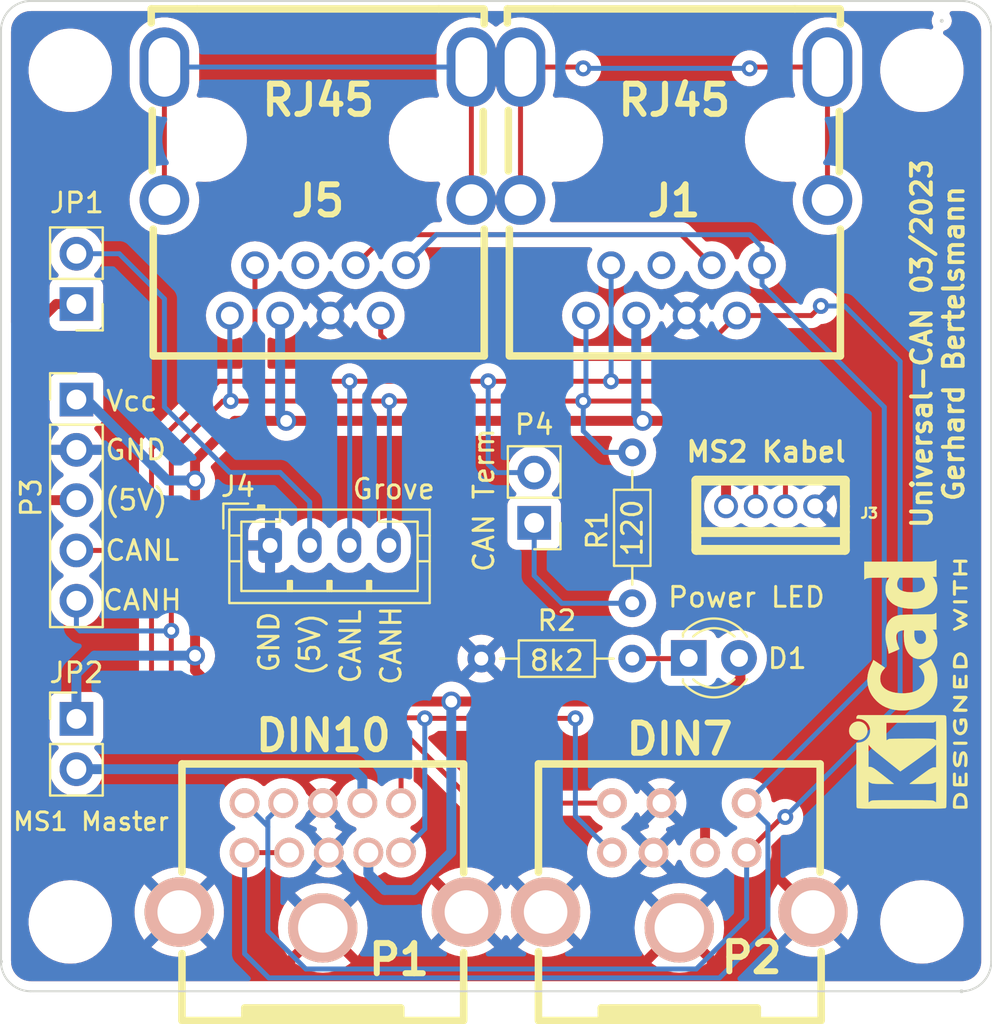
<source format=kicad_pcb>
(kicad_pcb (version 20211014) (generator pcbnew)
  (layers (0 "F.Cu" signal) (31 "B.Cu" signal) (34 "B.Paste" user) (35 "F.Paste" user) (36 "B.SilkS" user "B.Silkscreen") (37 "F.SilkS" user "F.Silkscreen") (38 "B.Mask" user) (39 "F.Mask" user) (44 "Edge.Cuts" user))
  (net 0 "")
  (net 1 "Net-(D1-Pad1)")
  (net 2 "/Vcc")
  (net 3 "/GS0")
  (net 4 "/GSB")
  (net 5 "Net-(J1-Pad3)")
  (net 6 "GND")
  (net 8 "/CANL")
  (net 9 "/CANH")
  (net 10 "Net-(J4-Pad2)")
  (net 12 "/5V")
  (net 13 "Net-(P4-Pad1)")
  (net 14 "Net-(J1-PadSH)")
  (net 15 "Net-(JP2-Pad2)")
  (footprint "Resistor_THT:R_Axial_DIN0204_L3.6mm_D1.6mm_P7.62mm_Horizontal" (layer "F.Cu") (at 142.875 97.79 -90)
    (fp_text reference "R1" (at 3.937 1.778 90) (layer "F.SilkS"))
    (fp_text value "120" (at 3.81 0 90) (layer "F.SilkS"))
    (pad "1" thru_hole circle (at 0 0 270) (size 1.4 1.4) (drill 0.7) (layers *.Cu *.Mask) (net 9 "/CANH"))
    (pad "2" thru_hole oval (at 7.62 0 270) (size 1.4 1.4) (drill 0.7) (layers *.Cu *.Mask) (net 13 "Net-(P4-Pad1)"))
  )
  (footprint "Maerklin:megbp8" (layer "F.Cu") (at 127.018 82 180)
    (fp_text reference "J5" (at 0.018 -3.09) (layer "F.SilkS") (effects (font (size 1.524 1.524) (thickness 0.3048))))
    (fp_text value "RJ45" (at 0 1.99) (layer "F.SilkS") (effects (font (size 1.524 1.524) (thickness 0.3048))))
    (pad "" np_thru_hole circle (at 5.733 -0.002 180) (size 3.25 3.25) (drill 3.25) (layers *.Cu))
    (pad "" np_thru_hole circle (at -5.697 -0.002 180) (size 3.25 3.25) (drill 3.25) (layers *.Cu))
    (pad "1" thru_hole circle (at -4.427 -6.342 180) (size 1.4 1.4) (drill 0.9) (layers *.Cu *.Mask) (net 3 "/GS0"))
    (pad "2" thru_hole circle (at -3.157 -8.882 180) (size 1.4 1.4) (drill 0.9) (layers *.Cu *.Mask) (net 4 "/GSB"))
    (pad "3" thru_hole circle (at -1.887 -6.342 180) (size 1.4 1.4) (drill 0.9) (layers *.Cu *.Mask) (net 5 "Net-(J1-Pad3)"))
    (pad "4" thru_hole circle (at -0.617 -8.882 180) (size 1.4 1.4) (drill 0.9) (layers *.Cu *.Mask) (net 6 "GND"))
    (pad "5" thru_hole circle (at 0.653 -6.342 180) (size 1.4 1.4) (drill 0.9) (layers *.Cu *.Mask))
    (pad "6" thru_hole circle (at 1.923 -8.882 180) (size 1.4 1.4) (drill 0.9) (layers *.Cu *.Mask) (net 2 "/Vcc"))
    (pad "7" thru_hole circle (at 3.193 -6.342 180) (size 1.4 1.4) (drill 0.9) (layers *.Cu *.Mask) (net 8 "/CANL"))
    (pad "8" thru_hole circle (at 4.463 -8.882 180) (size 1.4 1.4) (drill 0.9) (layers *.Cu *.Mask) (net 9 "/CANH"))
    (pad "SH" thru_hole circle (at -7.732 -3.052 180) (size 2.5 2.5) (drill 1.6) (layers *.Cu *.Mask) (net 14 "Net-(J1-PadSH)"))
    (pad "SH" thru_hole oval (at -7.732 3.6648 180) (size 2.5 4) (drill oval 1.6 3) (layers *.Cu *.Mask) (net 14 "Net-(J1-PadSH)"))
    (pad "SH" thru_hole circle (at 7.768 -3.052 180) (size 2.5 2.5) (drill 1.6) (layers *.Cu *.Mask) (net 14 "Net-(J1-PadSH)"))
    (pad "SH" thru_hole oval (at 7.768 3.6648 180) (size 2.5 4) (drill oval 1.6 3) (layers *.Cu *.Mask) (net 14 "Net-(J1-PadSH)"))
  )
  (footprint "Connector_PinHeader_2.54mm:PinHeader_1x02_P2.54mm_Vertical" (layer "F.Cu") (at 114.808 111.247)
    (fp_text reference "JP2" (at 0 -2.33) (layer "F.SilkS"))
    (fp_text value "MS1 Master" (at 0.7366 5.1866) (layer "F.SilkS") (effects (font (size 0.9 0.9))))
    (pad "1" thru_hole rect (at 0 0) (size 1.7 1.7) (drill 1) (layers *.Cu *.Mask) (net 2 "/Vcc"))
    (pad "2" thru_hole oval (at 0 2.54) (size 1.7 1.7) (drill 1) (layers *.Cu *.Mask) (net 15 "Net-(JP2-Pad2)"))
  )
  (footprint "MountingHole:MountingHole_3.2mm_M3" (layer "F.Cu") (at 114.5 78.5)
    (fp_text reference "REF**" hide)
    (fp_text value "MountingHole_3.2mm_M3" hide)
    (pad "" np_thru_hole circle (at 0 0) (size 3.2 3.2) (drill 3.2) (layers *.Cu *.Mask))
  )
  (footprint "Resistor_THT:R_Axial_DIN0204_L3.6mm_D1.6mm_P7.62mm_Horizontal" (layer "F.Cu") (at 135.255 108.204)
    (fp_text reference "R2" (at 3.81 -1.92) (layer "F.SilkS"))
    (fp_text value "8k2" (at 3.81 0.1) (layer "F.SilkS"))
    (pad "1" thru_hole circle (at 0 0) (size 1.4 1.4) (drill 0.7) (layers *.Cu *.Mask) (net 6 "GND"))
    (pad "2" thru_hole oval (at 7.62 0) (size 1.4 1.4) (drill 0.7) (layers *.Cu *.Mask) (net 1 "Net-(D1-Pad1)"))
  )
  (footprint "MountingHole:MountingHole_3.2mm_M3" (layer "F.Cu") (at 114.5 121.5)
    (fp_text reference "REF**" hide)
    (fp_text value "MountingHole_3.2mm_M3" hide)
    (pad "" np_thru_hole circle (at 0 0) (size 3.2 3.2) (drill 3.2) (layers *.Cu *.Mask))
  )
  (footprint "Connector_JST:JST_PH_B4B-PH-K_1x04_P2.00mm_Vertical" (layer "F.Cu") (at 124.587 102.489)
    (fp_text reference "J4" (at -1.6256 -2.9718) (layer "F.SilkS"))
    (fp_text value "Grove" (at 6.2484 -2.8448) (layer "F.SilkS"))
    (pad "1" thru_hole roundrect (at 0 0) (size 1.2 1.75) (drill 0.75) (layers *.Cu *.Mask) (roundrect_rratio 0.2083333333) (net 6 "GND"))
    (pad "2" thru_hole oval (at 2 0) (size 1.2 1.75) (drill 0.75) (layers *.Cu *.Mask) (net 10 "Net-(J4-Pad2)"))
    (pad "3" thru_hole oval (at 4 0) (size 1.2 1.75) (drill 0.75) (layers *.Cu *.Mask) (net 8 "/CANL"))
    (pad "4" thru_hole oval (at 6 0) (size 1.2 1.75) (drill 0.75) (layers *.Cu *.Mask) (net 9 "/CANH"))
  )
  (footprint "MountingHole:MountingHole_3.2mm_M3" (layer "F.Cu") (at 157.5 78.5)
    (fp_text reference "REF**" hide)
    (fp_text value "MountingHole_3.2mm_M3" hide)
    (pad "" np_thru_hole circle (at 0 0) (size 3.2 3.2) (drill 3.2) (layers *.Cu *.Mask))
  )
  (footprint "Symbol:KiCad-Logo2_5mm_SilkScreen" (layer "F.Cu") (at 156.8 109.5 90)
    (fp_text reference "REF**" hide)
    (fp_text value "KiCad-Logo2_5mm_SilkScreen" hide)
  )
  (footprint "LED_THT:LED_D3.0mm" (layer "F.Cu") (at 145.725 108.17)
    (fp_text reference "D1" (at 4.975 0.03) (layer "F.SilkS"))
    (fp_text value "Power LED" (at 2.9158 -3.0648) (layer "F.SilkS"))
    (pad "1" thru_hole rect (at 0 0) (size 1.8 1.8) (drill 0.9) (layers *.Cu *.Mask) (net 1 "Net-(D1-Pad1)"))
    (pad "2" thru_hole circle (at 2.54 0) (size 1.8 1.8) (drill 0.9) (layers *.Cu *.Mask) (net 2 "/Vcc"))
  )
  (footprint "MountingHole:MountingHole_3.2mm_M3" (layer "F.Cu") (at 157.5 121.5)
    (fp_text reference "REF**" hide)
    (fp_text value "MountingHole_3.2mm_M3" hide)
    (pad "" np_thru_hole circle (at 0 0) (size 3.2 3.2) (drill 3.2) (layers *.Cu *.Mask))
  )
  (footprint "Connector_PinHeader_2.54mm:PinHeader_1x02_P2.54mm_Vertical" (layer "F.Cu") (at 137.922 101.351 180)
    (fp_text reference "P4" (at 0 4.958) (layer "F.SilkS"))
    (fp_text value "CAN Term" (at 2.54 1.148 90) (layer "F.SilkS"))
    (pad "1" thru_hole rect (at 0 0 180) (size 1.7 1.7) (drill 1) (layers *.Cu *.Mask) (net 13 "Net-(P4-Pad1)"))
    (pad "2" thru_hole oval (at 0 2.54 180) (size 1.7 1.7) (drill 1) (layers *.Cu *.Mask) (net 8 "/CANL"))
  )
  (footprint "Connector_PinHeader_2.54mm:PinHeader_1x05_P2.54mm_Vertical" (layer "F.Cu") (at 114.808 95.123)
    (fp_text reference "P3" (at -2.286 4.953 90) (layer "F.SilkS"))
    (fp_text value "CONN_01X05" hide)
    (pad "1" thru_hole rect (at 0 0) (size 1.7 1.7) (drill 1) (layers *.Cu *.Mask) (net 2 "/Vcc"))
    (pad "2" thru_hole oval (at 0 2.54) (size 1.7 1.7) (drill 1) (layers *.Cu *.Mask) (net 6 "GND"))
    (pad "3" thru_hole oval (at 0 5.08) (size 1.7 1.7) (drill 1) (layers *.Cu *.Mask) (net 12 "/5V"))
    (pad "4" thru_hole oval (at 0 7.62) (size 1.7 1.7) (drill 1) (layers *.Cu *.Mask) (net 8 "/CANL"))
    (pad "5" thru_hole oval (at 0 10.16) (size 1.7 1.7) (drill 1) (layers *.Cu *.Mask) (net 9 "/CANH"))
  )
  (footprint "Maerklin:minidin-7" (layer "F.Cu") (at 145.25 120)
    (fp_text reference "P2" (at 3.65 3.3) (layer "F.SilkS") (effects (font (size 1.524 1.524) (thickness 0.3048))))
    (fp_text value "DIN7" (at 0.0126 -7.732) (layer "F.SilkS") (effects (font (size 1.524 1.524) (thickness 0.3048))))
    (pad "1" thru_hole circle (at 1.3 -2) (size 1.5 1.5) (drill 0.9) (layers *.Cu *.SilkS *.Mask) (net 2 "/Vcc"))
    (pad "2" thru_hole circle (at -1.3 -2) (size 1.5 1.5) (drill 0.9) (layers *.Cu *.SilkS *.Mask) (net 6 "GND"))
    (pad "3" thru_hole circle (at 3.4 -2) (size 1.5 1.5) (drill 0.9) (layers *.Cu *.SilkS *.Mask) (net 4 "/GSB"))
    (pad "4" thru_hole circle (at -3.4 -2) (size 1.5 1.5) (drill 0.9) (layers *.Cu *.SilkS *.Mask) (net 9 "/CANH"))
    (pad "5" thru_hole circle (at 3.4 -4.5) (size 1.5 1.5) (drill 0.9) (layers *.Cu *.SilkS *.Mask) (net 3 "/GS0"))
    (pad "6" thru_hole circle (at -0.9 -4.5) (size 1.5 1.5) (drill 0.9) (layers *.Cu *.SilkS *.Mask) (net 6 "GND"))
    (pad "7" thru_hole circle (at -3.4 -4.5) (size 1.5 1.5) (drill 0.9) (layers *.Cu *.SilkS *.Mask) (net 8 "/CANL"))
    (pad "8" thru_hole circle (at -6.75 1) (size 3.5 3.5) (drill 2.2) (layers *.Cu *.SilkS *.Mask) (net 6 "GND"))
    (pad "9" thru_hole circle (at 0 1.8) (size 3.5 3.5) (drill 2.5) (layers *.Cu *.SilkS *.Mask) (net 6 "GND"))
    (pad "10" thru_hole circle (at 6.75 1) (size 3.5 3.5) (drill 2.2) (layers *.Cu *.SilkS *.Mask) (net 6 "GND"))
  )
  (footprint "Maerklin:minidin-10" (layer "F.Cu") (at 127.25 120)
    (fp_text reference "P1" (at 3.85 3.4) (layer "F.SilkS") (effects (font (size 1.524 1.524) (thickness 0.3048))))
    (fp_text value "DIN10" (at 0.0294 -7.9098) (layer "F.SilkS") (effects (font (size 1.524 1.524) (thickness 0.3048))))
    (pad "1" thru_hole circle (at 2.3 -2) (size 1.5 1.5) (drill 1) (layers *.Cu *.SilkS *.Mask) (net 2 "/Vcc"))
    (pad "2" thru_hole circle (at 0.3 -2) (size 1.5 1.5) (drill 1) (layers *.Cu *.SilkS *.Mask) (net 6 "GND"))
    (pad "3" thru_hole circle (at -1.7 -2) (size 1.5 1.5) (drill 1) (layers *.Cu *.SilkS *.Mask) (net 3 "/GS0"))
    (pad "4" thru_hole circle (at 3.95 -2) (size 1.5 1.5) (drill 1) (layers *.Cu *.SilkS *.Mask) (net 9 "/CANH"))
    (pad "5" thru_hole circle (at 2 -4.5) (size 1.5 1.5) (drill 1) (layers *.Cu *.SilkS *.Mask) (net 15 "Net-(JP2-Pad2)"))
    (pad "6" thru_hole circle (at 0 -4.5) (size 1.5 1.5) (drill 1) (layers *.Cu *.SilkS *.Mask) (net 6 "GND"))
    (pad "7" thru_hole circle (at -3.95 -2) (size 1.5 1.5) (drill 1) (layers *.Cu *.SilkS *.Mask) (net 3 "/GS0"))
    (pad "8" thru_hole circle (at 3.95 -4.5) (size 1.5 1.5) (drill 1) (layers *.Cu *.SilkS *.Mask) (net 8 "/CANL"))
    (pad "9" thru_hole circle (at -2 -4.5) (size 1.5 1.5) (drill 1) (layers *.Cu *.SilkS *.Mask) (net 4 "/GSB"))
    (pad "10" thru_hole circle (at -3.95 -4.5) (size 1.5 1.5) (drill 1) (layers *.Cu *.SilkS *.Mask) (net 4 "/GSB"))
    (pad "11" thru_hole circle (at -7.25 1) (size 3.5 3.5) (drill 2.2) (layers *.Cu *.SilkS *.Mask) (net 6 "GND"))
    (pad "12" thru_hole circle (at 0 1.8) (size 3.5 3.5) (drill 2.5) (layers *.Cu *.SilkS *.Mask) (net 6 "GND"))
    (pad "13" thru_hole circle (at 7.25 1) (size 3.5 3.5) (drill 2.2) (layers *.Cu *.SilkS *.Mask) (net 6 "GND"))
  )
  (footprint "Maerklin:megbp8" (layer "F.Cu") (at 145 82 180)
    (fp_text reference "J1" (at 0.018 -3.09) (layer "F.SilkS") (effects (font (size 1.524 1.524) (thickness 0.3048))))
    (fp_text value "RJ45" (at 0 1.99) (layer "F.SilkS") (effects (font (size 1.524 1.524) (thickness 0.3048))))
    (pad "" np_thru_hole circle (at -5.697 -0.002 180) (size 3.25 3.25) (drill 3.25) (layers *.Cu))
    (pad "" np_thru_hole circle (at 5.733 -0.002 180) (size 3.25 3.25) (drill 3.25) (layers *.Cu))
    (pad "1" thru_hole circle (at -4.427 -6.342 180) (size 1.4 1.4) (drill 0.9) (layers *.Cu *.Mask) (net 3 "/GS0"))
    (pad "2" thru_hole circle (at -3.157 -8.882 180) (size 1.4 1.4) (drill 0.9) (layers *.Cu *.Mask) (net 4 "/GSB"))
    (pad "3" thru_hole circle (at -1.887 -6.342 180) (size 1.4 1.4) (drill 0.9) (layers *.Cu *.Mask) (net 5 "Net-(J1-Pad3)"))
    (pad "4" thru_hole circle (at -0.617 -8.882 180) (size 1.4 1.4) (drill 0.9) (layers *.Cu *.Mask) (net 6 "GND"))
    (pad "5" thru_hole circle (at 0.653 -6.342 180) (size 1.4 1.4) (drill 0.9) (layers *.Cu *.Mask))
    (pad "6" thru_hole circle (at 1.923 -8.882 180) (size 1.4 1.4) (drill 0.9) (layers *.Cu *.Mask) (net 2 "/Vcc"))
    (pad "7" thru_hole circle (at 3.193 -6.342 180) (size 1.4 1.4) (drill 0.9) (layers *.Cu *.Mask) (net 8 "/CANL"))
    (pad "8" thru_hole circle (at 4.463 -8.882 180) (size 1.4 1.4) (drill 0.9) (layers *.Cu *.Mask) (net 9 "/CANH"))
    (pad "SH" thru_hole oval (at -7.732 3.6648 180) (size 2.5 4) (drill oval 1.6 3) (layers *.Cu *.Mask) (net 14 "Net-(J1-PadSH)"))
    (pad "SH" thru_hole oval (at 7.768 3.6648 180) (size 2.5 4) (drill oval 1.6 3) (layers *.Cu *.Mask) (net 14 "Net-(J1-PadSH)"))
    (pad "SH" thru_hole circle (at 7.768 -3.052 180) (size 2.5 2.5) (drill 1.6) (layers *.Cu *.Mask) (net 14 "Net-(J1-PadSH)"))
    (pad "SH" thru_hole circle (at -7.732 -3.052 180) (size 2.5 2.5) (drill 1.6) (layers *.Cu *.Mask) (net 14 "Net-(J1-PadSH)"))
  )
  (footprint "Maerklin:B4B-ZR_LF_SN" (layer "F.Cu") (at 149.86 100.515)
    (fp_text reference "J3" (at 4.9784 0.3484) (layer "F.SilkS") (effects (font (size 0.5 0.5) (thickness 0.125))))
    (fp_text value "MS2 Kabel" (at -0.2286 -2.7504) (layer "F.SilkS") (effects (font (thickness 0.2))))
    (pad "1" thru_hole circle locked (at -2.25 0) (size 1.2 1.2) (drill 0.8) (layers *.Cu *.Mask) (net 2 "/Vcc"))
    (pad "2" thru_hole circle locked (at -0.75 0) (size 1.2 1.2) (drill 0.8) (layers *.Cu *.Mask) (net 9 "/CANH"))
    (pad "3" thru_hole circle locked (at 0.75 0) (size 1.2 1.2) (drill 0.8) (layers *.Cu *.Mask) (net 8 "/CANL"))
    (pad "4" thru_hole circle locked (at 2.25 0) (size 1.2 1.2) (drill 0.8) (layers *.Cu *.Mask) (net 6 "GND"))
  )
  (footprint "Connector_PinHeader_2.54mm:PinHeader_1x02_P2.54mm_Vertical" (layer "F.Cu") (at 114.808 90.302 180)
    (fp_text reference "JP1" (at -0.0254 5.1104) (layer "F.SilkS"))
    (fp_text value "5V")
    (pad "1" thru_hole rect (at 0 0 180) (size 1.7 1.7) (drill 1) (layers *.Cu *.Mask) (net 12 "/5V"))
    (pad "2" thru_hole oval (at 0 2.54 180) (size 1.7 1.7) (drill 1) (layers *.Cu *.Mask) (net 10 "Net-(J4-Pad2)"))
  )
  (gr_arc (start 159.5 125) (mid 159.5 125) (end 159.5 125) (layer "Edge.Cuts") (width 0.1))
  (gr_circle (center 158.5 76) (end 158.5 76) (layer "Edge.Cuts") (width 0.1) (fill none))
  (gr_line (start 112.5 75) (end 159.5 75) (layer "Edge.Cuts") (width 0.1))
  (gr_arc (start 111 123.5) (mid 111 123.5) (end 111 123.5) (layer "Edge.Cuts") (width 0.1))
  (gr_line (start 111 123.5) (end 111 76.5) (layer "Edge.Cuts") (width 0.1))
  (gr_arc (start 112.5 125) (mid 111.43934 124.56066) (end 111 123.5) (layer "Edge.Cuts") (width 0.1))
  (gr_arc (start 111 76.5) (mid 111.43934 75.43934) (end 112.5 75) (layer "Edge.Cuts") (width 0.1))
  (gr_line (start 159.5 125) (end 112.5 125) (layer "Edge.Cuts") (width 0.1))
  (gr_line (start 161 76.5) (end 161 123.5) (layer "Edge.Cuts") (width 0.1))
  (gr_arc (start 159.5 75) (mid 160.56066 75.43934) (end 161 76.5) (layer "Edge.Cuts") (width 0.1))
  (gr_arc (start 161 123.5) (mid 160.56066 124.56066) (end 159.5 125) (layer "Edge.Cuts") (width 0.1))
  (gr_text "GND" (at 124.5362 107.3658 90) (layer "F.SilkS") (effects (font (size 1 1))))
  (gr_text "CANH\n" (at 118.1354 105.2576) (layer "F.SilkS") (effects (font (size 1 1))))
  (gr_text "CANL" (at 128.651 107.5944 90) (layer "F.SilkS") (effects (font (size 1 1))))
  (gr_text "Vcc" (at 117.602 95.1992) (layer "F.SilkS") (effects (font (size 1 1))))
  (gr_text "CANL" (at 118.1354 102.743) (layer "F.SilkS") (effects (font (size 1 1))))
  (gr_text "(5V)" (at 126.5936 107.4928 90) (layer "F.SilkS") (effects (font (size 1 1))))
  (gr_text "CANH" (at 130.7 107.5436 90) (layer "F.SilkS") (effects (font (size 1 1))))
  (gr_text "GND" (at 117.8052 97.663) (layer "F.SilkS") (effects (font (size 1 1))))
  (gr_text "Universal-CAN 03/2023\nGerhard Bertelsmann" (at 158.3 92.3 90) (layer "F.SilkS") (effects (font (size 1 1) (thickness 0.2))))
  (gr_text "(5V)" (at 117.8306 100.203) (layer "F.SilkS") (effects (font (size 1 1))))
  (segment (start 142.875 108.204) (end 145.691 108.204) (width 0.25) (layer "F.Cu") (net 1))
  (segment (start 145.691 108.204) (end 145.725 108.17) (width 0.25) (layer "F.Cu") (net 1))
  (segment (start 122.8 96.2) (end 120.8 98.2) (width 0.5) (layer "F.Cu") (net 2))
  (segment (start 120.8 102.4) (end 120.8 108.8) (width 0.5) (layer "F.Cu") (net 2))
  (segment (start 125.4 96.2) (end 122.8 96.2) (width 0.5) (layer "F.Cu") (net 2))
  (segment (start 146.17 110.37) (end 146.55 110.75) (width 0.5) (layer "F.Cu") (net 2))
  (segment (start 147.186 110.37) (end 148.336 109.22) (width 0.5) (layer "F.Cu") (net 2))
  (segment (start 146.17 110.37) (end 147.186 110.37) (width 0.5) (layer "F.Cu") (net 2))
  (segment (start 122.37 110.37) (end 129.23 110.37) (width 0.5) (layer "F.Cu") (net 2))
  (segment (start 146.6 96.2) (end 143.4 96.2) (width 0.5) (layer "F.Cu") (net 2))
  (segment (start 120.8 108.8) (end 122.37 110.37) (width 0.5) (layer "F.Cu") (net 2))
  (segment (start 146.55 110.75) (end 146.55 118) (width 0.5) (layer "F.Cu") (net 2))
  (segment (start 147.61 97.21) (end 146.6 96.2) (width 0.5) (layer "F.Cu") (net 2))
  (segment (start 143.4 96.2) (end 125.4 96.2) (width 0.5) (layer "F.Cu") (net 2))
  (segment (start 148.336 108.241) (end 148.265 108.17) (width 0.5) (layer "F.Cu") (net 2))
  (segment (start 147.61 97.21) (end 147.61 100.515) (width 0.5) (layer "F.Cu") (net 2))
  (segment (start 144.13 110.37) (end 146.17 110.37) (width 0.5) (layer "F.Cu") (net 2))
  (segment (start 148.336 109.22) (end 148.336 108.241) (width 0.5) (layer "F.Cu") (net 2))
  (segment (start 120.8 98.2) (end 120.8 102.4) (width 0.5) (layer "F.Cu") (net 2))
  (segment (start 129.23 110.37) (end 133.738 110.37) (width 0.5) (layer "F.Cu") (net 2))
  (segment (start 133.738 110.37) (end 144.13 110.37) (width 0.5) (layer "F.Cu") (net 2))
  (via (at 125.4 96.2) (size 1) (drill 0.6) (layers "F.Cu" "B.Cu") (net 2))
  (via (at 143.4 96.2) (size 1) (drill 0.6) (layers "F.Cu" "B.Cu") (net 2))
  (via (at 120.8 108.054) (size 1) (drill 0.6) (layers "F.Cu" "B.Cu") (net 2))
  (via (at 133.738 110.37) (size 1) (drill 0.6) (layers "F.Cu" "B.Cu") (net 2))
  (via (at 120.8 99.21) (size 1) (drill 0.6) (layers "F.Cu" "B.Cu") (net 2))
  (segment (start 115.72 108.054) (end 120.8 108.054) (width 0.5) (layer "B.Cu") (net 2))
  (segment (start 114.808 95.123) (end 115.316 95.123) (width 0.5) (layer "B.Cu") (net 2))
  (segment (start 125.095 90.882) (end 125.095 95.895) (width 0.5) (layer "B.Cu") (net 2))
  (segment (start 131.826 119.888) (end 133.738 117.976) (width 0.5) (layer "B.Cu") (net 2))
  (segment (start 114.808 108.966) (end 115.72 108.054) (width 0.5) (layer "B.Cu") (net 2))
  (segment (start 133.738 117.976) (end 133.738 110.37) (width 0.5) (layer "B.Cu") (net 2))
  (segment (start 129.55 119.06066) (end 130.37734 119.888) (width 0.5) (layer "B.Cu") (net 2))
  (segment (start 119.403 99.21) (end 120.8 99.21) (width 0.5) (layer "B.Cu") (net 2))
  (segment (start 129.55 118) (end 129.55 119.06066) (width 0.5) (layer "B.Cu") (net 2))
  (segment (start 125.095 95.895) (end 125.4 96.2) (width 0.5) (layer "B.Cu") (net 2))
  (segment (start 143.077 95.877) (end 143.4 96.2) (width 0.5) (layer "B.Cu") (net 2))
  (segment (start 115.316 95.123) (end 119.403 99.21) (width 0.5) (layer "B.Cu") (net 2))
  (segment (start 114.808 111.247) (end 114.808 108.966) (width 0.5) (layer "B.Cu") (net 2))
  (segment (start 143.077 90.882) (end 143.077 95.877) (width 0.5) (layer "B.Cu") (net 2))
  (segment (start 130.37734 119.888) (end 131.826 119.888) (width 0.5) (layer "B.Cu") (net 2))
  (segment (start 123.3 118) (end 125.55 118) (width 0.25) (layer "F.Cu") (net 3))
  (segment (start 149.725 116.575) (end 149.725 121.875) (width 0.25) (layer "B.Cu") (net 3))
  (segment (start 148.65 115.5) (end 149.725 116.575) (width 0.25) (layer "B.Cu") (net 3))
  (segment (start 149.427 87.427) (end 149.427 88.342) (width 0.25) (layer "B.Cu") (net 3))
  (segment (start 148.8 86.8) (end 149.427 87.427) (width 0.25) (layer "B.Cu") (net 3))
  (segment (start 147.275499 124.324501) (end 124.524501 124.324501) (width 0.25) (layer "B.Cu") (net 3))
  (segment (start 155.6 108.55) (end 155.6 95.504949) (width 0.25) (layer "B.Cu") (net 3))
  (segment (start 123.3 123.1) (end 123.3 118) (width 0.25) (layer "B.Cu") (net 3))
  (segment (start 149.725 121.875) (end 147.275499 124.324501) (width 0.25) (layer "B.Cu") (net 3))
  (segment (start 149.427 89.331949) (end 149.427 88.342) (width 0.25) (layer "B.Cu") (net 3))
  (segment (start 148.65 115.5) (end 155.6 108.55) (width 0.25) (layer "B.Cu") (net 3))
  (segment (start 124.524501 124.324501) (end 123.3 123.1) (width 0.25) (layer "B.Cu") (net 3))
  (segment (start 155.6 95.504949) (end 149.427 89.331949) (width 0.25) (layer "B.Cu") (net 3))
  (segment (start 132.987 86.8) (end 148.8 86.8) (width 0.25) (layer "B.Cu") (net 3))
  (segment (start 131.445 88.342) (end 132.987 86.8) (width 0.25) (layer "B.Cu") (net 3))
  (segment (start 130.175 91.871949) (end 131.352552 93.049501) (width 0.25) (layer "F.Cu") (net 4))
  (segment (start 145.989499 93.049501) (end 148.157 90.882) (width 0.25) (layer "F.Cu") (net 4))
  (segment (start 150.45 116.2) (end 150.6 116.2) (width 0.25) (layer "F.Cu") (net 4))
  (segment (start 152.4 90.4) (end 151.918 90.882) (width 0.25) (layer "F.Cu") (net 4))
  (segment (start 148.65 118) (end 150.45 116.2) (width 0.25) (layer "F.Cu") (net 4))
  (segment (start 130.175 90.882) (end 130.175 91.871949) (width 0.25) (layer "F.Cu") (net 4))
  (segment (start 131.352552 93.049501) (end 145.989499 93.049501) (width 0.25) (layer "F.Cu") (net 4))
  (segment (start 151.918 90.882) (end 148.157 90.882) (width 0.25) (layer "F.Cu") (net 4))
  (via (at 150.6 116.2) (size 0.8) (drill 0.4) (layers "F.Cu" "B.Cu") (net 4))
  (via (at 152.4 90.4) (size 0.8) (drill 0.4) (layers "F.Cu" "B.Cu") (net 4))
  (segment (start 146.109494 123.875) (end 126.390506 123.875) (width 0.25) (layer "B.Cu") (net 4))
  (segment (start 156.4 93.2) (end 153.6 90.4) (width 0.25) (layer "B.Cu") (net 4))
  (segment (start 148.65 118) (end 148.65 121.334494) (width 0.25) (layer "B.Cu") (net 4))
  (segment (start 124.475 116.275) (end 125.25 115.5) (width 0.25) (layer "B.Cu") (net 4))
  (segment (start 126.390506 123.875) (end 124.475 121.959494) (width 0.25) (layer "B.Cu") (net 4))
  (segment (start 124.475 116.725) (end 124.475 116.275) (width 0.25) (layer "B.Cu") (net 4))
  (segment (start 124.475 121.959494) (end 124.475 116.725) (width 0.25) (layer "B.Cu") (net 4))
  (segment (start 124.475 116.675) (end 123.3 115.5) (width 0.25) (layer "B.Cu") (net 4))
  (segment (start 124.475 116.725) (end 124.475 116.675) (width 0.25) (layer "B.Cu") (net 4))
  (segment (start 156.4 110.4) (end 156.4 93.2) (width 0.25) (layer "B.Cu") (net 4))
  (segment (start 150.6 116.2) (end 156.4 110.4) (width 0.25) (layer "B.Cu") (net 4))
  (segment (start 148.65 121.334494) (end 146.109494 123.875) (width 0.25) (layer "B.Cu") (net 4))
  (segment (start 153.6 90.4) (end 152.4 90.4) (width 0.25) (layer "B.Cu") (net 4))
  (segment (start 128.905 88.342) (end 130.447 86.8) (width 0.25) (layer "F.Cu") (net 5))
  (segment (start 145.345 86.8) (end 146.887 88.342) (width 0.25) (layer "F.Cu") (net 5))
  (segment (start 130.447 86.8) (end 145.345 86.8) (width 0.25) (layer "F.Cu") (net 5))
  (segment (start 118.6 97.6) (end 118.6 102.725) (width 0.25) (layer "F.Cu") (net 8))
  (segment (start 114.808 102.743) (end 118.582 102.743) (width 0.25) (layer "F.Cu") (net 8))
  (segment (start 122 94.2) (end 118.6 97.6) (width 0.25) (layer "F.Cu") (net 8))
  (segment (start 150.2 94.2) (end 141.8 94.2) (width 0.25) (layer "F.Cu") (net 8))
  (segment (start 118.6 102.725) (end 118.6 110) (width 0.25) (layer "F.Cu") (net 8))
  (segment (start 128.6 94.2) (end 135.6 94.2) (width 0.25) (layer "F.Cu") (net 8))
  (segment (start 150.61 94.61) (end 150.2 94.2) (width 0.25) (layer "F.Cu") (net 8))
  (segment (start 150.61 94.61) (end 150.61 100.515) (width 0.25) (layer "F.Cu") (net 8))
  (segment (start 123.825 88.342) (end 123.825 94.175) (width 0.25) (layer "F.Cu") (net 8))
  (segment (start 123.825 94.175) (end 123.8 94.2) (width 0.25) (layer "F.Cu") (net 8))
  (segment (start 123.8 94.2) (end 122 94.2) (width 0.25) (layer "F.Cu") (net 8))
  (segment (start 131.2 115.5) (end 131.2 111.8) (width 0.25) (layer "F.Cu") (net 8))
  (segment (start 131.2 111.8) (end 134.9 115.5) (width 0.25) (layer "F.Cu") (net 8))
  (segment (start 123.8 94.2) (end 128.6 94.2) (width 0.25) (layer "F.Cu") (net 8))
  (segment (start 120.4 111.8) (end 131.2 111.8) (width 0.25) (layer "F.Cu") (net 8))
  (segment (start 134.9 115.5) (end 141.85 115.5) (width 0.25) (layer "F.Cu") (net 8))
  (segment (start 118.582 102.743) (end 118.6 102.725) (width 0.25) (layer "F.Cu") (net 8))
  (segment (start 118.6 110) (end 120.4 111.8) (width 0.25) (layer "F.Cu") (net 8))
  (segment (start 135.6 94.2) (end 141.8 94.2) (width 0.25) (layer "F.Cu") (net 8))
  (via (at 135.6 94.2) (size 0.8) (drill 0.4) (layers "F.Cu" "B.Cu") (net 8))
  (via (at 128.6 94.2) (size 0.8) (drill 0.4) (layers "F.Cu" "B.Cu") (net 8))
  (via (at 141.8 94.2) (size 0.8) (drill 0.4) (layers "F.Cu" "B.Cu") (net 8))
  (segment (start 135.6 98.389) (end 136.022 98.811) (width 0.25) (layer "B.Cu") (net 8))
  (segment (start 128.61 94.21) (end 128.6 94.2) (width 0.25) (layer "B.Cu") (net 8))
  (segment (start 141.807 88.342) (end 141.807 94.193) (width 0.25) (layer "B.Cu") (net 8))
  (segment (start 128.61 102.495) (end 128.61 94.21) (width 0.25) (layer "B.Cu") (net 8))
  (segment (start 135.6 94.2) (end 135.6 98.389) (width 0.25) (layer "B.Cu") (net 8))
  (segment (start 141.807 94.193) (end 141.8 94.2) (width 0.25) (layer "B.Cu") (net 8))
  (segment (start 136.022 98.811) (end 137.922 98.811) (width 0.25) (layer "B.Cu") (net 8))
  (segment (start 148 95.2) (end 140.4 95.2) (width 0.25) (layer "F.Cu") (net 9))
  (segment (start 121.5945 111.1945) (end 132.375 111.1945) (width 0.25) (layer "F.Cu") (net 9))
  (segment (start 119.6 106.3158) (end 119.6 106.7984) (width 0.25) (layer "F.Cu") (net 9))
  (segment (start 119.6 97.8) (end 119.6 105.249) (width 0.25) (layer "F.Cu") (net 9))
  (segment (start 122.6 95.2) (end 122.2 95.2) (width 0.25) (layer "F.Cu") (net 9))
  (segment (start 119.6 109.2) (end 121.5945 111.1945) (width 0.25) (layer "F.Cu") (net 9))
  (segment (start 132.375 111.1945) (end 132.4 111.2195) (width 0.25) (layer "F.Cu") (net 9))
  (segment (start 149.11 96.31) (end 149.11 100.515) (width 0.25) (layer "F.Cu") (net 9))
  (segment (start 122.2 95.2) (end 119.6 97.8) (width 0.25) (layer "F.Cu") (net 9))
  (segment (start 140.4 95.2) (end 130.6 95.2) (width 0.25) (layer "F.Cu") (net 9))
  (segment (start 119.6 105.249) (end 119.6 106.3158) (width 0.25) (layer "F.Cu") (net 9))
  (segment (start 149.11 96.31) (end 148 95.2) (width 0.25) (layer "F.Cu") (net 9))
  (segment (start 132.4 111.2195) (end 140.002325 111.2195) (width 0.25) (layer "F.Cu") (net 9))
  (segment (start 119.6 106.7984) (end 119.6 109.2) (width 0.25) (layer "F.Cu") (net 9))
  (segment (start 130.6 95.2) (end 122.6 95.2) (width 0.25) (layer "F.Cu") (net 9))
  (via (at 122.6 95.2) (size 0.8) (drill 0.4) (layers "F.Cu" "B.Cu") (net 9))
  (via (at 132.4 111.2195) (size 0.8) (drill 0.4) (layers "F.Cu" "B.Cu") (net 9))
  (via (at 140.4 95.2) (size 0.8) (drill 0.4) (layers "F.Cu" "B.Cu") (net 9))
  (via (at 130.6 95.2) (size 0.8) (drill 0.4) (layers "F.Cu" "B.Cu") (net 9))
  (via (at 140.002325 111.2195) (size 0.8) (drill 0.4) (layers "F.Cu" "B.Cu") (net 9))
  (via (at 119.6 106.7984) (size 0.8) (drill 0.4) (layers "F.Cu" "B.Cu") (net 9))
  (segment (start 122.555 95.155) (end 122.6 95.2) (width 0.25) (layer "B.Cu") (net 9))
  (segment (start 122.555 90.882) (end 122.555 95.155) (width 0.25) (layer "B.Cu") (net 9))
  (segment (start 119.5914 106.807) (end 119.6 106.7984) (width 0.25) (layer "B.Cu") (net 9))
  (segment (start 114.9858 106.807) (end 119.5914 106.807) (width 0.25) (layer "B.Cu") (net 9))
  (segment (start 140.4 95.2) (end 140.4 96.712) (width 0.25) (layer "B.Cu") (net 9))
  (segment (start 140.002325 116.152325) (end 140.002325 111.2195) (width 0.25) (layer "B.Cu") (net 9))
  (segment (start 141.478 97.79) (end 142.875 97.79) (width 0.25) (layer "B.Cu") (net 9))
  (segment (start 140.4 96.712) (end 141.478 97.79) (width 0.25) (layer "B.Cu") (net 9))
  (segment (start 130.61 102.495) (end 130.61 95.21) (width 0.25) (layer "B.Cu") (net 9))
  (segment (start 140.537 95.063) (end 140.4 95.2) (width 0.25) (layer "B.Cu") (net 9))
  (segment (start 140.537 90.882) (end 140.537 95.063) (width 0.25) (layer "B.Cu") (net 9))
  (segment (start 114.808 106.6292) (end 114.9858 106.807) (width 0.25) (layer "B.Cu") (net 9))
  (segment (start 131.2 118) (end 132.4 116.8) (width 0.25) (layer "B.Cu") (net 9))
  (segment (start 130.61 95.21) (end 130.6 95.2) (width 0.25) (layer "B.Cu") (net 9))
  (segment (start 141.85 118) (end 140.002325 116.152325) (width 0.25) (layer "B.Cu") (net 9))
  (segment (start 132.4 116.8) (end 132.4 111.2195) (width 0.25) (layer "B.Cu") (net 9))
  (segment (start 114.808 105.283) (end 114.808 106.6292) (width 0.25) (layer "B.Cu") (net 9))
  (segment (start 114.808 87.762) (end 116.972 87.762) (width 0.25) (layer "B.Cu") (net 10))
  (segment (start 126.587 100.298) (end 126.587 102.489) (width 0.25) (layer "B.Cu") (net 10))
  (segment (start 119.253 95.504) (end 122.555 98.806) (width 0.25) (layer "B.Cu") (net 10))
  (segment (start 122.555 98.806) (end 125.095 98.806) (width 0.25) (layer "B.Cu") (net 10))
  (segment (start 125.095 98.806) (end 126.587 100.298) (width 0.25) (layer "B.Cu") (net 10))
  (segment (start 116.972 87.762) (end 119.253 90.043) (width 0.25) (layer "B.Cu") (net 10))
  (segment (start 119.253 90.043) (end 119.253 95.504) (width 0.25) (layer "B.Cu") (net 10))
  (segment (start 112.395 91.694) (end 113.787 90.302) (width 0.5) (layer "F.Cu") (net 12))
  (segment (start 113.284 100.203) (end 112.395 99.314) (width 0.5) (layer "F.Cu") (net 12))
  (segment (start 112.395 99.314) (end 112.395 91.694) (width 0.5) (layer "F.Cu") (net 12))
  (segment (start 114.808 100.203) (end 113.284 100.203) (width 0.5) (layer "F.Cu") (net 12))
  (segment (start 113.787 90.302) (end 114.808 90.302) (width 0.5) (layer "F.Cu") (net 12))
  (segment (start 139.319 105.41) (end 142.875 105.41) (width 0.25) (layer "B.Cu") (net 13))
  (segment (start 137.922 101.351) (end 137.922 104.013) (width 0.25) (layer "B.Cu") (net 13))
  (segment (start 137.922 104.013) (end 139.319 105.41) (width 0.25) (layer "B.Cu") (net 13))
  (segment (start 134.75 78.3352) (end 134.75 85.052) (width 0.25) (layer "F.Cu") (net 14))
  (segment (start 137.232 78.3352) (end 137.232 85.052) (width 0.25) (layer "F.Cu") (net 14))
  (segment (start 119.25 78.3352) (end 119.25 85.052) (width 0.25) (layer "F.Cu") (net 14))
  (segment (start 148.8 78.4) (end 148.8648 78.3352) (width 0.25) (layer "F.Cu") (net 14))
  (segment (start 140.3352 78.3352) (end 140.4 78.4) (width 0.25) (layer "F.Cu") (net 14))
  (segment (start 137.232 78.3352) (end 140.3352 78.3352) (width 0.25) (layer "F.Cu") (net 14))
  (segment (start 152.732 78.3352) (end 152.732 85.052) (width 0.25) (layer "F.Cu") (net 14))
  (segment (start 148.8648 78.3352) (end 152.732 78.3352) (width 0.25) (layer "F.Cu") (net 14))
  (via (at 140.4 78.4) (size 0.8) (drill 0.4) (layers "F.Cu" "B.Cu") (net 14))
  (via (at 148.8 78.4) (size 0.8) (drill 0.4) (layers "F.Cu" "B.Cu") (net 14))
  (segment (start 140.4 78.4) (end 148.8 78.4) (width 0.25) (layer "B.Cu") (net 14))
  (segment (start 134.75 78.3352) (end 119.25 78.3352) (width 0.25) (layer "B.Cu") (net 14))
  (segment (start 128.773 113.787) (end 129.25 114.264) (width 0.5) (layer "B.Cu") (net 15))
  (segment (start 114.808 113.787) (end 128.773 113.787) (width 0.5) (layer "B.Cu") (net 15))
  (segment (start 129.25 114.264) (end 129.25 115.5) (width 0.5) (layer "B.Cu") (net 15))
  (zone (net 6) (net_name "GND") (layers F&B.Cu) (connect_pads (clearance 0.508)) (min_thickness 0.254) (fill yes (thermal_gap 0.508) (thermal_bridge_width 0.508))
    (polygon (pts (xy 161 125) (xy 111 125) (xy 111 75) (xy 161 75)))
  )
)
</source>
